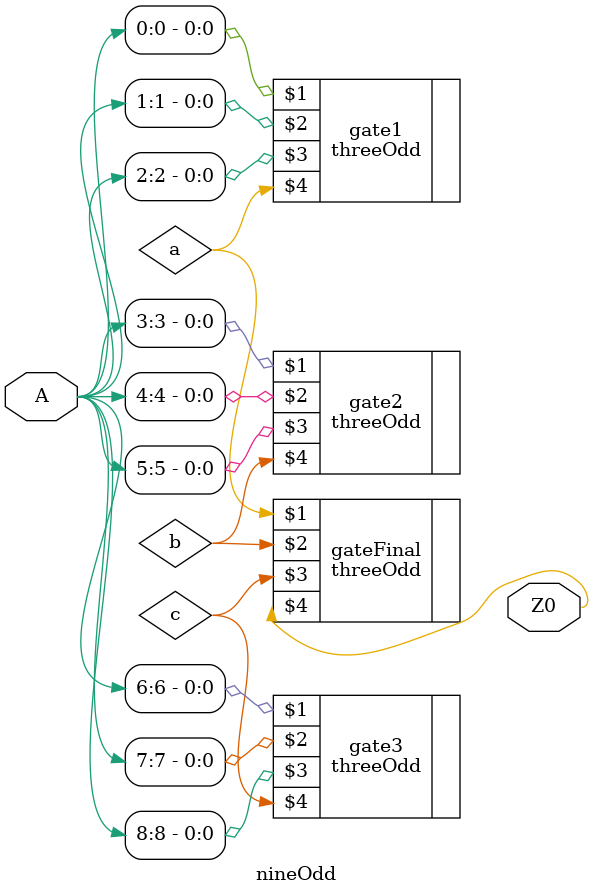
<source format=v>
module nineOdd(A,Z0);
input [8:0] A;
output Z0;
wire a,b,c;

threeOdd gate1(A[0],A[1],A[2],a);
threeOdd gate2(A[3],A[4],A[5],b);
threeOdd gate3(A[6],A[7],A[8],c);
threeOdd gateFinal(a,b,c,Z0);
endmodule

</source>
